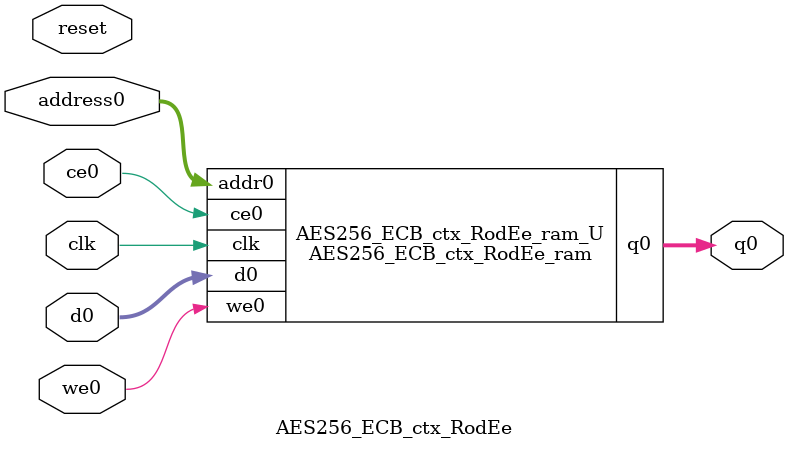
<source format=v>
`timescale 1 ns / 1 ps
module AES256_ECB_ctx_RodEe_ram (addr0, ce0, d0, we0, q0,  clk);

parameter DWIDTH = 8;
parameter AWIDTH = 8;
parameter MEM_SIZE = 240;

input[AWIDTH-1:0] addr0;
input ce0;
input[DWIDTH-1:0] d0;
input we0;
output reg[DWIDTH-1:0] q0;
input clk;

(* ram_style = "block" *)reg [DWIDTH-1:0] ram[0:MEM_SIZE-1];




always @(posedge clk)  
begin 
    if (ce0) begin
        if (we0) 
            ram[addr0] <= d0; 
        q0 <= ram[addr0];
    end
end


endmodule

`timescale 1 ns / 1 ps
module AES256_ECB_ctx_RodEe(
    reset,
    clk,
    address0,
    ce0,
    we0,
    d0,
    q0);

parameter DataWidth = 32'd8;
parameter AddressRange = 32'd240;
parameter AddressWidth = 32'd8;
input reset;
input clk;
input[AddressWidth - 1:0] address0;
input ce0;
input we0;
input[DataWidth - 1:0] d0;
output[DataWidth - 1:0] q0;



AES256_ECB_ctx_RodEe_ram AES256_ECB_ctx_RodEe_ram_U(
    .clk( clk ),
    .addr0( address0 ),
    .ce0( ce0 ),
    .we0( we0 ),
    .d0( d0 ),
    .q0( q0 ));

endmodule


</source>
